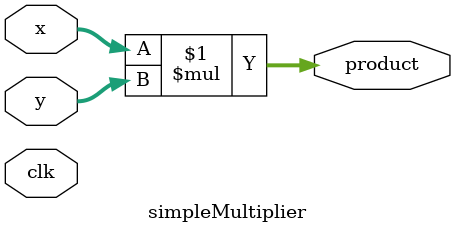
<source format=v>
module simpleMultiplier (
    input wire clk,
    input wire signed [31:0] x,
    input wire signed [31:0] y,
    output wire signed [63:0] product
);

    assign product = x * y;
    
endmodule
</source>
